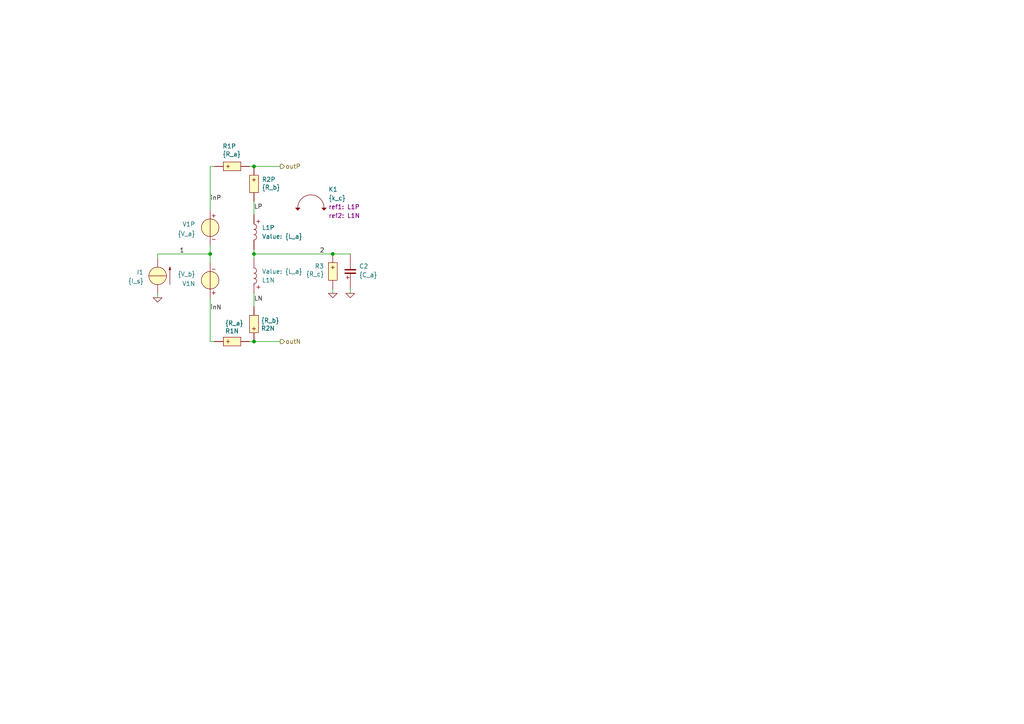
<source format=kicad_sch>
(kicad_sch (version 20250114) (generator "eeschema") (generator_version "9.0")
  (paper "A4")
  (title_block (title "Balanced Network"))
  (lib_symbols
    (symbol "R_2" (pin_numbers (hide yes)) (pin_names (offset 1.016) (hide yes))
      (property "Reference" "R?" (at 1.905 3.81 0))
      (property "Value" "?" (at 1.905 1.905 0) (show_name))
      (property "noisetemp" "0" (at 1.905 0 0) (show_name))
      (property "noiseflow" "0" (at 15.24 0 0) (show_name))
      (property "dcvar" "0" (at 1.905 -1.905 0) (show_name))
      (property "dcvarlot" "0" (at 15.24 -1.905 0) (show_name))
      (symbol "R_2_0_0"
        (text "+" (at 0 1.27 0) (effects (font (size 1.27 1.27))))
      )
      (symbol "R_2_1_0"
        (pin passive line (at 0 5.08 270) (length 2.54) (name "1") (number "1"))
        (pin passive line (at 0 -5.08 90) (length 2.54) (name "2") (number "2"))
      )
      (symbol "R_2_1_1"
        (rectangle (start -1.27 2.54) (end 1.27 -2.54) (fill (type background)))
      )
    )
    (symbol "SLiCAP:C" (pin_numbers (hide yes)) (pin_names (offset 1.016) (hide yes))
      (property "Reference" "C?" (at 2.54 3.81 0))
      (property "Value" "?" (at 2.54 1.27 0) (show_name))
      (property "vinit" "0" (at 2.54 -1.27 0) (show_name))
      (symbol "C_0_0"
        (text "+" (at -0.762 1.651 0) (effects (font (size 1.27 1.27))))
      )
      (symbol "C_0_1"
        (polyline (pts (xy -1.524 0.508) (xy 1.524 0.508)) (stroke (width 0.381)))
        (polyline (pts (xy -1.524 -0.508) (xy 1.524 -0.508)) (stroke (width 0.381)))
        (polyline (pts (xy 0 2.54) (xy 0 0.508)))
        (polyline (pts (xy 0 -2.54) (xy 0 -0.508)))
      )
      (symbol "C_1_0"
        (pin passive line (at 0 5.08 270) (length 2.54) (name "1") (number "1"))
        (pin passive line (at 0 -5.08 90) (length 2.54) (name "2") (number "2"))
      )
    )
    (symbol "SLiCAP:I" (pin_numbers (hide yes)) (pin_names (offset 0) (hide yes))
      (property "Reference" "I?" (at 3.81 4.445 0))
      (property "Value" "?" (at 3.81 2.54 0) (show_name))
      (property "noise" "0" (at 3.81 -3.175 0) (show_name))
      (property "dc" "0" (at 3.81 0.635 0) (show_name))
      (property "dcvar" "0" (at 3.81 -1.27 0) (show_name))
      (symbol "I_0_1"
        (polyline (pts (xy -3.556 2.54) (xy -3.556 -2.54)))
        (polyline (pts (xy -3.556 2.54) (xy -3.81 1.778) (xy -3.302 1.778) (xy -3.556 2.54)) (fill (type outline)))
        (polyline (pts (xy -2.54 0) (xy 2.54 0)))
      )
      (symbol "I_1_0"
        (circle (center 0 0) (radius 2.54) (fill (type background)))
        (pin power_out line (at 0 5.08 270) (length 2.54) (name "p") (number "2"))
        (pin power_out line (at 0 -5.08 90) (length 2.54) (name "n") (number "1"))
      )
    )
    (symbol "SLiCAP:K" (pin_numbers (hide yes)) (pin_names (offset 0) (hide yes))
      (property "Reference" "K?" (at -4.445 7.62 0))
      (property "Value" "?" (at -4.445 5.715 0) (show_name))
      (property "ref1" "L?" (at -9.525 -3.175 0) (show_name))
      (property "ref2" "L?" (at 1.905 -3.175 0) (show_name))
      (symbol "K_0_1"
        (polyline (pts (xy -3.81 0) (xy -3.175 0.635) (xy -4.445 0.635) (xy -3.81 0)) (fill (type outline)))
        (arc (start -3.81 0.635) (mid -2.6941 3.3291) (end 0 4.445))
        (arc (start 0 4.445) (mid 2.6941 3.3291) (end 3.81 0.635))
        (polyline (pts (xy 3.81 0) (xy 3.175 0.635) (xy 4.445 0.635) (xy 3.81 0)) (fill (type outline)))
      )
    )
    (symbol "SLiCAP:L" (pin_numbers (hide yes)) (pin_names (offset 1.016) (hide yes))
      (property "Reference" "L?" (at 2.54 3.81 0))
      (property "Value" "?" (at 2.54 1.27 0) (show_name))
      (property "iinit" "0" (at 5.715 -1.27 0) (show_name))
      (symbol "L_0_0"
        (text "+" (at 1.27 3.175 0) (effects (font (size 1.27 1.27))))
      )
      (symbol "L_0_1"
        (arc (start 0 2.286) (mid 0.759 1.524) (end 0 0.762))
        (arc (start 0 0.762) (mid 0.759 0) (end 0 -0.762))
        (arc (start 0 -0.762) (mid 0.759 -1.524) (end 0 -2.286))
        (polyline (pts (xy 0 2.286) (xy 0 2.54)))
        (polyline (pts (xy 0 -2.54) (xy 0 -2.286)))
      )
      (symbol "L_1_0"
        (pin passive line (at 0 5.08 270) (length 2.54) (name "1") (number "1"))
        (pin passive line (at 0 -5.08 90) (length 2.54) (name "2") (number "2"))
      )
    )
    (symbol "SLiCAP:R" (pin_numbers (hide yes)) (pin_names (offset 1.016) (hide yes))
      (property "Reference" "R?" (at 1.905 3.81 0))
      (property "Value" "?" (at 1.905 1.905 0) (show_name))
      (property "noisetemp" "0" (at 1.905 0 0) (show_name))
      (property "noiseflow" "0" (at 15.24 0 0) (show_name))
      (property "dcvar" "0" (at 1.905 -1.905 0) (show_name))
      (property "dcvarlot" "0" (at 15.24 -1.905 0) (show_name))
      (symbol "R_0_0"
        (text "+" (at 0 1.27 0) (effects (font (size 1.27 1.27))))
      )
      (symbol "R_1_0"
        (pin passive line (at 0 5.08 270) (length 2.54) (name "1") (number "1"))
        (pin passive line (at 0 -5.08 90) (length 2.54) (name "2") (number "2"))
      )
      (symbol "R_1_1"
        (rectangle (start -1.27 2.54) (end 1.27 -2.54) (fill (type background)))
      )
    )
    (symbol "SLiCAP:V" (pin_numbers (hide yes)) (pin_names (offset 0) (hide yes))
      (property "Reference" "V?" (at 3.175 4.445 0))
      (property "Value" "?" (at 3.175 2.54 0) (show_name))
      (property "noise" "0" (at 3.175 -3.175 0) (show_name))
      (property "dc" "0" (at 3.175 0.635 0) (show_name))
      (property "dcvar" "0" (at 3.175 -1.27 0) (show_name))
      (symbol "V_0_0"
        (text "+" (at -1.016 3.556 0) (effects (font (size 1.27 1.27))))
        (text "-" (at -1.016 -3.302 0) (effects (font (size 1.27 1.27))))
        (pin power_out line (at 0 5.08 270) (length 2.54) (name "p") (number "1"))
        (pin power_out line (at 0 -5.08 90) (length 2.54) (name "n") (number "2"))
      )
      (symbol "V_0_1"
        (polyline (pts (xy 0 2.54) (xy 0 -2.54)))
      )
      (symbol "V_1_0"
        (circle (center 0 0) (radius 2.54) (fill (type background)))
      )
    )
    (symbol "Simulation_SPICE:0" (power) (pin_names (offset 0))
      (property "Value" "0" (at 0 -1.778 0))
      (symbol "0_0_1"
        (polyline (pts (xy -1.27 0) (xy 0 -1.27) (xy 1.27 0) (xy -1.27 0)))
      )
      (symbol "0_1_1"
        (pin power_in line (at 0 0 0) (length 0) (hide yes) (name "0") (number "1"))
      )
    )
  )
  (junction (at 73.66 73.66))
  (junction (at 60.96 73.66))
  (junction (at 96.52 73.66))
  (junction (at 73.66 48.26))
  (junction (at 73.66 99.06))
  (wire (pts (xy 96.52 85.09) (xy 96.52 83.82)))
  (wire (pts (xy 72.39 99.06) (xy 73.66 99.06)))
  (wire (pts (xy 73.66 73.66) (xy 96.52 73.66)))
  (wire (pts (xy 60.96 48.26) (xy 60.96 60.96)))
  (wire (pts (xy 45.72 73.66) (xy 60.96 73.66)))
  (wire (pts (xy 73.66 73.66) (xy 73.66 74.93)))
  (wire (pts (xy 60.96 76.2) (xy 60.96 73.66)))
  (wire (pts (xy 45.72 86.36) (xy 45.72 85.09)))
  (wire (pts (xy 45.72 73.66) (xy 45.72 74.93)))
  (wire (pts (xy 101.6 85.09) (xy 101.6 83.82)))
  (wire (pts (xy 72.39 48.26) (xy 73.66 48.26)))
  (wire (pts (xy 73.66 72.39) (xy 73.66 73.66)))
  (wire (pts (xy 60.96 73.66) (xy 60.96 71.12)))
  (wire (pts (xy 73.66 48.26) (xy 81.28 48.26)))
  (wire (pts (xy 60.96 48.26) (xy 62.23 48.26)))
  (wire (pts (xy 73.66 99.06) (xy 81.28 99.06)))
  (wire (pts (xy 60.96 99.06) (xy 62.23 99.06)))
  (wire (pts (xy 60.96 86.36) (xy 60.96 99.06)))
  (wire (pts (xy 96.52 73.66) (xy 101.6 73.66)))
  (wire (pts (xy 73.66 88.9) (xy 73.66 85.09)))
  (wire (pts (xy 73.66 58.42) (xy 73.66 62.23)))
  (label "2" (at 92.71 73.66 0))
  (label "inN" (at 60.96 90.17 0))
  (label "LP" (at 73.66 60.96 0))
  (label "LN" (at 73.66 87.63 0))
  (label "inP" (at 60.96 58.42 0))
  (label "1" (at 52.07 73.66 0))
  (hierarchical_label "outN" (shape output) (at 81.28 99.06 0))
  (hierarchical_label "outP" (shape output) (at 81.28 48.26 0))
  (symbol (lib_id "SLiCAP:L") (at 73.66 67.31 0) (unit 1)
    (property "Reference" "L1P" (at 75.946 66.04 0) (effects (justify left)))
    (property "Value" "{L_a}" (at 75.946 68.58 0) (show_name yes) (effects (justify left)))
    (property "Description" "Inductor" (effects (hide yes)))
    (property "model" "L" (effects (hide yes)))
    (property "iinit" "0" (effects (hide yes)))
  )
  (symbol (lib_id "SLiCAP:R") (at 96.52 78.74 0) (mirror y) (unit 1)
    (property "Reference" "R3" (at 93.98 77.216 0) (effects (justify left)))
    (property "Value" "{R_c}" (at 93.98 79.502 0) (effects (justify left)))
    (property "Description" "Resistor (cannot have zero resistance)" (effects (hide yes)))
    (property "model" "R" (effects (hide yes)))
    (property "noisetemp" "0" (effects (hide yes)))
    (property "noiseflow" "0" (effects (hide yes)))
    (property "dcvar" "0" (effects (hide yes)))
    (property "dcvarlot" "0" (effects (hide yes)))
  )
  (symbol (lib_id "SLiCAP:C") (at 101.6 78.74 0) (mirror x) (unit 1)
    (property "Reference" "C2" (at 104.14 77.216 0) (effects (justify left)))
    (property "Value" "{C_a}" (at 104.14 79.756 0) (effects (justify left)))
    (property "Description" "Capacitor" (effects (hide yes)))
    (property "model" "C" (effects (hide yes)))
    (property "vinit" "0" (effects (hide yes)))
  )
  (symbol (lib_id "SLiCAP:L") (at 73.66 80.01 0) (mirror x) (unit 1)
    (property "Reference" "L1N" (at 75.946 81.28 0) (effects (justify left)))
    (property "Value" "{L_a}" (at 75.946 78.74 0) (show_name yes) (effects (justify left)))
    (property "Description" "Inductor" (effects (hide yes)))
    (property "model" "L" (effects (hide yes)))
    (property "iinit" "0" (effects (hide yes)))
  )
  (symbol (lib_id "SLiCAP:V") (at 60.96 81.28 180) (unit 1)
    (property "Reference" "V1N" (at 56.642 82.296 0) (effects (justify left)))
    (property "Value" "{V_b}" (at 56.642 79.502 0) (effects (justify left)))
    (property "Description" "Independent voltage source" (effects (hide yes)))
    (property "noise" "0" (effects (hide yes)))
    (property "dc" "0" (effects (hide yes)))
    (property "dcvar" "0" (effects (hide yes)))
    (property "model" "V" (effects (hide yes)))
  )
  (symbol (lib_id "SLiCAP:V") (at 60.96 66.04 0) (mirror y) (unit 1)
    (property "Reference" "V1P" (at 56.642 65.024 0) (effects (justify left)))
    (property "Value" "{V_a}" (at 56.642 67.818 0) (effects (justify left)))
    (property "Description" "Independent voltage source" (effects (hide yes)))
    (property "noise" "0" (effects (hide yes)))
    (property "dc" "0" (effects (hide yes)))
    (property "dcvar" "0" (effects (hide yes)))
    (property "model" "V" (effects (hide yes)))
  )
  (symbol (lib_id "Simulation_SPICE:0") (at 45.72 86.36 0) (unit 1)
    (property "Reference" "#GND01" (effects (hide yes)))
    (property "Value" "0" (effects (hide yes)))
  )
  (symbol (lib_id "SLiCAP:R") (at 73.66 53.34 0) (unit 1)
    (property "Reference" "R2P" (at 75.946 52.07 0) (effects (justify left)))
    (property "Value" "{R_b}" (at 75.946 54.356 0) (effects (justify left)))
    (property "Description" "Resistor (cannot have zero resistance)" (effects (hide yes)))
    (property "model" "R" (effects (hide yes)))
    (property "noisetemp" "0" (effects (hide yes)))
    (property "noiseflow" "0" (effects (hide yes)))
    (property "dcvar" "0" (effects (hide yes)))
    (property "dcvarlot" "0" (effects (hide yes)))
  )
  (symbol (lib_id "SLiCAP:R") (at 73.66 93.98 0) (mirror x) (unit 1)
    (property "Reference" "R2N" (at 75.692 95.25 0) (effects (justify left)))
    (property "Value" "{R_b}" (at 75.692 92.964 0) (effects (justify left)))
    (property "Description" "Resistor (cannot have zero resistance)" (effects (hide yes)))
    (property "model" "R" (effects (hide yes)))
    (property "noisetemp" "0" (effects (hide yes)))
    (property "noiseflow" "0" (effects (hide yes)))
    (property "dcvar" "0" (effects (hide yes)))
    (property "dcvarlot" "0" (effects (hide yes)))
  )
  (symbol (lib_id "SLiCAP:R") (at 67.31 99.06 90) (mirror x) (unit 1)
    (property "Reference" "R1N" (at 65.278 96.012 90) (effects (justify right)))
    (property "Value" "{R_a}" (at 65.278 93.726 90) (effects (justify right)))
    (property "Description" "Resistor (cannot have zero resistance)" (effects (hide yes)))
    (property "model" "R" (effects (hide yes)))
    (property "noisetemp" "0" (effects (hide yes)))
    (property "noiseflow" "0" (effects (hide yes)))
    (property "dcvar" "0" (effects (hide yes)))
    (property "dcvarlot" "0" (effects (hide yes)))
  )
  (symbol (lib_id "SLiCAP:K") (at 90.17 60.96 0) (unit 1)
    (property "Reference" "K1" (at 95.25 54.9274 0) (effects (justify left)))
    (property "Value" "{k_c}" (at 95.25 57.4674 0) (effects (justify left)))
    (property "Description" "Coupling factor" (effects (hide yes)))
    (property "ref1" "L1P" (at 95.25 60.0074 0) (show_name yes) (effects (justify left)))
    (property "ref2" "L1N" (at 95.25 62.5474 0) (show_name yes) (effects (justify left)))
    (property "model" "K" (effects (hide yes)))
  )
  (symbol (lib_id "Simulation_SPICE:0") (at 96.52 85.09 0) (unit 1)
    (property "Reference" "#GND04" (effects (hide yes)))
    (property "Value" "0" (effects (hide yes)))
  )
  (symbol (lib_id "SLiCAP:I") (at 45.72 80.01 0) (mirror y) (unit 1)
    (property "Reference" "I1" (at 41.656 78.994 0) (effects (justify left)))
    (property "Value" "{I_s}" (at 41.656 81.534 0) (effects (justify left)))
    (property "Description" "Independent current source" (effects (hide yes)))
    (property "noise" "0" (effects (hide yes)))
    (property "dc" "0" (effects (hide yes)))
    (property "dcvar" "0" (effects (hide yes)))
    (property "model" "I" (effects (hide yes)))
  )
  (symbol (lib_name "R_2") (lib_id "SLiCAP:R") (at 67.31 48.26 90) (unit 1)
    (property "Reference" "R1P" (at 64.516 42.418 90) (effects (justify right)))
    (property "Value" "{R_a}" (at 64.516 44.704 90) (effects (justify right)))
    (property "Description" "Resistor (cannot have zero resistance)" (effects (hide yes)))
    (property "model" "R" (effects (hide yes)))
    (property "noisetemp" "0" (effects (hide yes)))
    (property "noiseflow" "0" (effects (hide yes)))
    (property "dcvar" "0" (effects (hide yes)))
    (property "dcvarlot" "0" (effects (hide yes)))
  )
  (symbol (lib_id "Simulation_SPICE:0") (at 101.6 85.09 0) (unit 1)
    (property "Reference" "#GND03" (effects (hide yes)))
    (property "Value" "0" (effects (hide yes)))
  )
)
</source>
